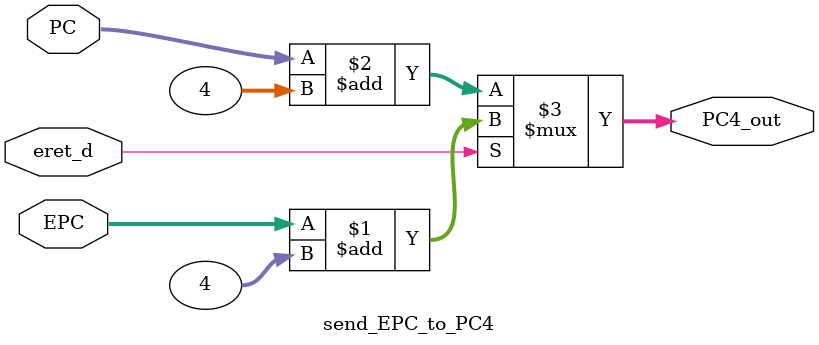
<source format=v>
`timescale 1ns / 1ps
module send_EPC_to_PC4(
    input eret_d,
    input [31:0] PC,
    input [31:0] EPC,
    output [31:0] PC4_out
    );

	assign PC4_out = (eret_d) ? (EPC + 32'd4) :
							(PC + 32'd4);

endmodule

</source>
